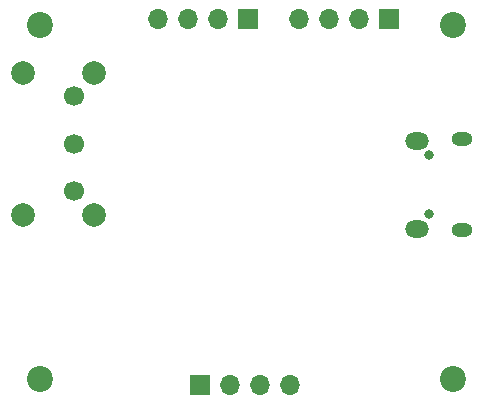
<source format=gbr>
%TF.GenerationSoftware,KiCad,Pcbnew,8.0.3*%
%TF.CreationDate,2025-07-01T21:47:02+03:00*%
%TF.ProjectId,stm,73746d2e-6b69-4636-9164-5f7063625858,rev?*%
%TF.SameCoordinates,Original*%
%TF.FileFunction,Soldermask,Bot*%
%TF.FilePolarity,Negative*%
%FSLAX46Y46*%
G04 Gerber Fmt 4.6, Leading zero omitted, Abs format (unit mm)*
G04 Created by KiCad (PCBNEW 8.0.3) date 2025-07-01 21:47:02*
%MOMM*%
%LPD*%
G01*
G04 APERTURE LIST*
%ADD10C,2.000000*%
%ADD11C,1.700000*%
%ADD12O,0.800000X0.800000*%
%ADD13O,1.800000X1.150000*%
%ADD14O,2.000000X1.450000*%
%ADD15C,2.200000*%
%ADD16R,1.700000X1.700000*%
%ADD17O,1.700000X1.700000*%
G04 APERTURE END LIST*
D10*
%TO.C,SW1*%
X99582500Y-64042500D03*
X93582500Y-64042500D03*
X99582500Y-76042500D03*
X93582500Y-76042500D03*
D11*
X97832500Y-66042500D03*
X97832500Y-70042500D03*
X97832500Y-74042500D03*
%TD*%
D12*
%TO.C,J1*%
X127945000Y-76005000D03*
X127945000Y-71005000D03*
D13*
X130695000Y-77380000D03*
D14*
X126895000Y-77230000D03*
X126895000Y-69780000D03*
D13*
X130695000Y-69630000D03*
%TD*%
D15*
%TO.C,H4*%
X130000000Y-60000000D03*
%TD*%
%TO.C,H3*%
X95000000Y-60000000D03*
%TD*%
%TO.C,H2*%
X130000000Y-90000000D03*
%TD*%
%TO.C,H1*%
X95000000Y-90000000D03*
%TD*%
D16*
%TO.C,J4*%
X108500000Y-90500000D03*
D17*
X111040000Y-90500000D03*
X113580000Y-90500000D03*
X116120000Y-90500000D03*
%TD*%
D16*
%TO.C,J2*%
X112580000Y-59500000D03*
D17*
X110040000Y-59500000D03*
X107500000Y-59500000D03*
X104960000Y-59500000D03*
%TD*%
D16*
%TO.C,J3*%
X124580000Y-59500000D03*
D17*
X122040000Y-59500000D03*
X119500000Y-59500000D03*
X116960000Y-59500000D03*
%TD*%
M02*

</source>
